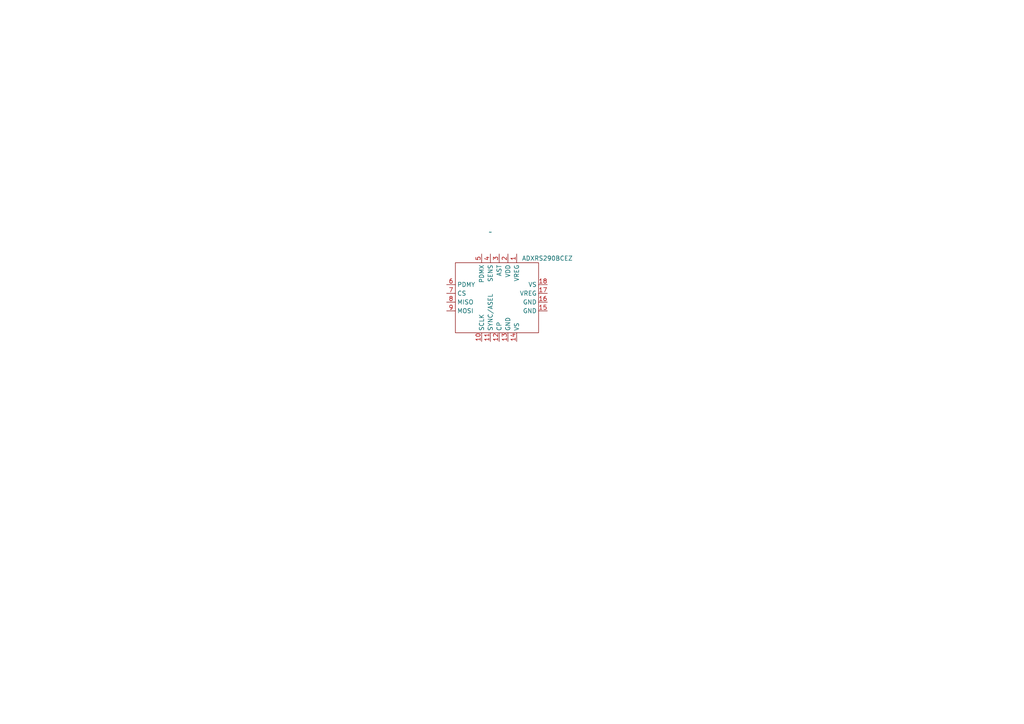
<source format=kicad_sch>
(kicad_sch (version 20230121) (generator eeschema)
  (paper "A4")
  (lib_symbols
    (symbol "ADXRS290BCEZ:ADXRS290BCEZ"
      (property "Reference" "U" (at 0 0 0))
      (symbol "ADXRS290BCEZ_0_0"
        (text "" (at -11.43 -22.86 900) (effects (font (size 1.27 1.27))))
        (text "" (at 0 -7.62 0) (effects (font (size 1.27 1.27))))
        (text "" (at 5.08 -30.48 0) (effects (font (size 1.27 1.27))))
        (text "" (at 15.24 -15.24 900) (effects (font (size 1.27 1.27))))
      )
      (symbol "ADXRS290BCEZ_0_1"
        (rectangle (start -10.16 -8.89) (end 13.97 -29.21))
      )
      (symbol "ADXRS290BCEZ_1_1"
        (pin input line (at 7.62 -6.35 270) (length 2.54) (name "VREG") (number "1"))
        (pin input line (at -2.54 -31.75 90) (length 2.54) (name "SCLK") (number "10"))
        (pin input line (at 0 -31.75 90) (length 2.54) (name "SYNC/ASEL") (number "11"))
        (pin input line (at 2.54 -31.75 90) (length 2.54) (name "CP") (number "12"))
        (pin input line (at 5.08 -31.75 90) (length 2.54) (name "GND") (number "13"))
        (pin input line (at 7.62 -31.75 90) (length 2.54) (name "VS") (number "14"))
        (pin input line (at 16.51 -22.86 180) (length 2.54) (name "GND") (number "15"))
        (pin input line (at 16.51 -20.32 180) (length 2.54) (name "GND") (number "16"))
        (pin input line (at 16.51 -17.78 180) (length 2.54) (name "VREG") (number "17"))
        (pin input line (at 16.51 -15.24 180) (length 2.54) (name "VS") (number "18"))
        (pin input line (at 5.08 -6.35 270) (length 2.54) (name "VDD") (number "2"))
        (pin input line (at 2.54 -6.35 270) (length 2.54) (name "AST") (number "3"))
        (pin input line (at 0 -6.35 270) (length 2.54) (name "SENS") (number "4"))
        (pin input line (at -2.54 -6.35 270) (length 2.54) (name "PDMX") (number "5"))
        (pin input line (at -12.7 -15.24 0) (length 2.54) (name "PDMY") (number "6"))
        (pin input line (at -12.7 -17.78 0) (length 2.54) (name "CS") (number "7"))
        (pin input line (at -12.7 -20.32 0) (length 2.54) (name "MISO") (number "8"))
        (pin input line (at -12.7 -22.86 0) (length 2.54) (name "MOSI") (number "9"))
      )
    )
  )
  (symbol (lib_id "ADXRS290BCEZ:ADXRS290BCEZ") (at 142.24 67.31 0) (unit 1)
    (property "Reference" "ADXRS290BCEZ" (at 158.75 74.93 0))
    (property "Value" "~" (at 142.24 67.31 0))
    (property "Footprint" "Package_LGA:LGA-16_4x4mm_P0.65mm_LayoutBorder4x4y" (effects hide))
  )
)
</source>
